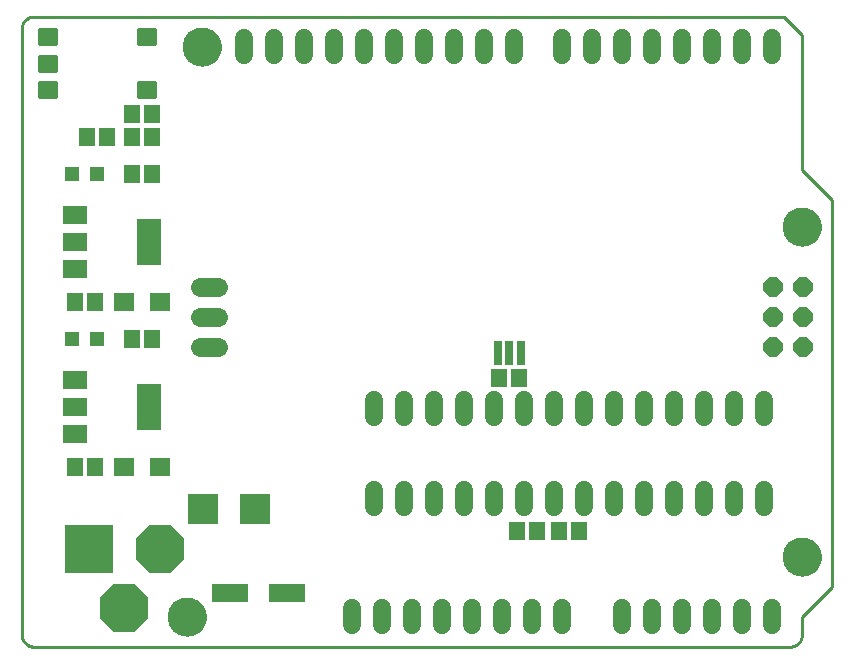
<source format=gts>
G75*
%MOIN*%
%OFA0B0*%
%FSLAX25Y25*%
%IPPOS*%
%LPD*%
%AMOC8*
5,1,8,0,0,1.08239X$1,22.5*
%
%ADD10C,0.01000*%
%ADD11C,0.00000*%
%ADD12C,0.12998*%
%ADD13C,0.06000*%
%ADD14OC8,0.06502*%
%ADD15R,0.12211X0.05912*%
%ADD16R,0.05124X0.05124*%
%ADD17R,0.09849X0.09849*%
%ADD18OC8,0.16148*%
%ADD19R,0.16148X0.16148*%
%ADD20C,0.08077*%
%ADD21R,0.05518X0.06306*%
%ADD22C,0.00887*%
%ADD23R,0.03156X0.08274*%
%ADD24R,0.08274X0.06306*%
%ADD25R,0.08274X0.15361*%
%ADD26R,0.06699X0.05912*%
%ADD27C,0.06400*%
D10*
X0081798Y0009437D02*
X0081798Y0211563D01*
X0081800Y0211687D01*
X0081806Y0211810D01*
X0081815Y0211934D01*
X0081829Y0212056D01*
X0081846Y0212179D01*
X0081868Y0212301D01*
X0081893Y0212422D01*
X0081922Y0212542D01*
X0081954Y0212661D01*
X0081991Y0212780D01*
X0082031Y0212897D01*
X0082074Y0213012D01*
X0082122Y0213127D01*
X0082173Y0213239D01*
X0082227Y0213350D01*
X0082285Y0213460D01*
X0082346Y0213567D01*
X0082411Y0213673D01*
X0082479Y0213776D01*
X0082550Y0213877D01*
X0082624Y0213976D01*
X0082701Y0214073D01*
X0082782Y0214167D01*
X0082865Y0214258D01*
X0082951Y0214347D01*
X0083040Y0214433D01*
X0083131Y0214516D01*
X0083225Y0214597D01*
X0083322Y0214674D01*
X0083421Y0214748D01*
X0083522Y0214819D01*
X0083625Y0214887D01*
X0083731Y0214952D01*
X0083838Y0215013D01*
X0083948Y0215071D01*
X0084059Y0215125D01*
X0084171Y0215176D01*
X0084286Y0215224D01*
X0084401Y0215267D01*
X0084518Y0215307D01*
X0084637Y0215344D01*
X0084756Y0215376D01*
X0084876Y0215405D01*
X0084997Y0215430D01*
X0085119Y0215452D01*
X0085242Y0215469D01*
X0085364Y0215483D01*
X0085488Y0215492D01*
X0085611Y0215498D01*
X0085735Y0215500D01*
X0335798Y0215500D01*
X0341798Y0209500D01*
X0341798Y0164500D01*
X0351798Y0154500D01*
X0351798Y0025500D01*
X0341798Y0015500D01*
X0341798Y0009437D01*
X0341796Y0009313D01*
X0341790Y0009190D01*
X0341781Y0009066D01*
X0341767Y0008944D01*
X0341750Y0008821D01*
X0341728Y0008699D01*
X0341703Y0008578D01*
X0341674Y0008458D01*
X0341642Y0008339D01*
X0341605Y0008220D01*
X0341565Y0008103D01*
X0341522Y0007988D01*
X0341474Y0007873D01*
X0341423Y0007761D01*
X0341369Y0007650D01*
X0341311Y0007540D01*
X0341250Y0007433D01*
X0341185Y0007327D01*
X0341117Y0007224D01*
X0341046Y0007123D01*
X0340972Y0007024D01*
X0340895Y0006927D01*
X0340814Y0006833D01*
X0340731Y0006742D01*
X0340645Y0006653D01*
X0340556Y0006567D01*
X0340465Y0006484D01*
X0340371Y0006403D01*
X0340274Y0006326D01*
X0340175Y0006252D01*
X0340074Y0006181D01*
X0339971Y0006113D01*
X0339865Y0006048D01*
X0339758Y0005987D01*
X0339648Y0005929D01*
X0339537Y0005875D01*
X0339425Y0005824D01*
X0339310Y0005776D01*
X0339195Y0005733D01*
X0339078Y0005693D01*
X0338959Y0005656D01*
X0338840Y0005624D01*
X0338720Y0005595D01*
X0338599Y0005570D01*
X0338477Y0005548D01*
X0338354Y0005531D01*
X0338232Y0005517D01*
X0338108Y0005508D01*
X0337985Y0005502D01*
X0337861Y0005500D01*
X0085735Y0005500D01*
X0085611Y0005502D01*
X0085488Y0005508D01*
X0085364Y0005517D01*
X0085242Y0005531D01*
X0085119Y0005548D01*
X0084997Y0005570D01*
X0084876Y0005595D01*
X0084756Y0005624D01*
X0084637Y0005656D01*
X0084518Y0005693D01*
X0084401Y0005733D01*
X0084286Y0005776D01*
X0084171Y0005824D01*
X0084059Y0005875D01*
X0083948Y0005929D01*
X0083838Y0005987D01*
X0083731Y0006048D01*
X0083625Y0006113D01*
X0083522Y0006181D01*
X0083421Y0006252D01*
X0083322Y0006326D01*
X0083225Y0006403D01*
X0083131Y0006484D01*
X0083040Y0006567D01*
X0082951Y0006653D01*
X0082865Y0006742D01*
X0082782Y0006833D01*
X0082701Y0006927D01*
X0082624Y0007024D01*
X0082550Y0007123D01*
X0082479Y0007224D01*
X0082411Y0007327D01*
X0082346Y0007433D01*
X0082285Y0007540D01*
X0082227Y0007650D01*
X0082173Y0007761D01*
X0082122Y0007873D01*
X0082074Y0007988D01*
X0082031Y0008103D01*
X0081991Y0008220D01*
X0081954Y0008339D01*
X0081922Y0008458D01*
X0081893Y0008578D01*
X0081868Y0008699D01*
X0081846Y0008821D01*
X0081829Y0008944D01*
X0081815Y0009066D01*
X0081806Y0009190D01*
X0081800Y0009313D01*
X0081798Y0009437D01*
D11*
X0130499Y0015500D02*
X0130501Y0015658D01*
X0130507Y0015816D01*
X0130517Y0015974D01*
X0130531Y0016132D01*
X0130549Y0016289D01*
X0130570Y0016446D01*
X0130596Y0016602D01*
X0130626Y0016758D01*
X0130659Y0016913D01*
X0130697Y0017066D01*
X0130738Y0017219D01*
X0130783Y0017371D01*
X0130832Y0017522D01*
X0130885Y0017671D01*
X0130941Y0017819D01*
X0131001Y0017965D01*
X0131065Y0018110D01*
X0131133Y0018253D01*
X0131204Y0018395D01*
X0131278Y0018535D01*
X0131356Y0018672D01*
X0131438Y0018808D01*
X0131522Y0018942D01*
X0131611Y0019073D01*
X0131702Y0019202D01*
X0131797Y0019329D01*
X0131894Y0019454D01*
X0131995Y0019576D01*
X0132099Y0019695D01*
X0132206Y0019812D01*
X0132316Y0019926D01*
X0132429Y0020037D01*
X0132544Y0020146D01*
X0132662Y0020251D01*
X0132783Y0020353D01*
X0132906Y0020453D01*
X0133032Y0020549D01*
X0133160Y0020642D01*
X0133290Y0020732D01*
X0133423Y0020818D01*
X0133558Y0020902D01*
X0133694Y0020981D01*
X0133833Y0021058D01*
X0133974Y0021130D01*
X0134116Y0021200D01*
X0134260Y0021265D01*
X0134406Y0021327D01*
X0134553Y0021385D01*
X0134702Y0021440D01*
X0134852Y0021491D01*
X0135003Y0021538D01*
X0135155Y0021581D01*
X0135308Y0021620D01*
X0135463Y0021656D01*
X0135618Y0021687D01*
X0135774Y0021715D01*
X0135930Y0021739D01*
X0136087Y0021759D01*
X0136245Y0021775D01*
X0136402Y0021787D01*
X0136561Y0021795D01*
X0136719Y0021799D01*
X0136877Y0021799D01*
X0137035Y0021795D01*
X0137194Y0021787D01*
X0137351Y0021775D01*
X0137509Y0021759D01*
X0137666Y0021739D01*
X0137822Y0021715D01*
X0137978Y0021687D01*
X0138133Y0021656D01*
X0138288Y0021620D01*
X0138441Y0021581D01*
X0138593Y0021538D01*
X0138744Y0021491D01*
X0138894Y0021440D01*
X0139043Y0021385D01*
X0139190Y0021327D01*
X0139336Y0021265D01*
X0139480Y0021200D01*
X0139622Y0021130D01*
X0139763Y0021058D01*
X0139902Y0020981D01*
X0140038Y0020902D01*
X0140173Y0020818D01*
X0140306Y0020732D01*
X0140436Y0020642D01*
X0140564Y0020549D01*
X0140690Y0020453D01*
X0140813Y0020353D01*
X0140934Y0020251D01*
X0141052Y0020146D01*
X0141167Y0020037D01*
X0141280Y0019926D01*
X0141390Y0019812D01*
X0141497Y0019695D01*
X0141601Y0019576D01*
X0141702Y0019454D01*
X0141799Y0019329D01*
X0141894Y0019202D01*
X0141985Y0019073D01*
X0142074Y0018942D01*
X0142158Y0018808D01*
X0142240Y0018672D01*
X0142318Y0018535D01*
X0142392Y0018395D01*
X0142463Y0018253D01*
X0142531Y0018110D01*
X0142595Y0017965D01*
X0142655Y0017819D01*
X0142711Y0017671D01*
X0142764Y0017522D01*
X0142813Y0017371D01*
X0142858Y0017219D01*
X0142899Y0017066D01*
X0142937Y0016913D01*
X0142970Y0016758D01*
X0143000Y0016602D01*
X0143026Y0016446D01*
X0143047Y0016289D01*
X0143065Y0016132D01*
X0143079Y0015974D01*
X0143089Y0015816D01*
X0143095Y0015658D01*
X0143097Y0015500D01*
X0143095Y0015342D01*
X0143089Y0015184D01*
X0143079Y0015026D01*
X0143065Y0014868D01*
X0143047Y0014711D01*
X0143026Y0014554D01*
X0143000Y0014398D01*
X0142970Y0014242D01*
X0142937Y0014087D01*
X0142899Y0013934D01*
X0142858Y0013781D01*
X0142813Y0013629D01*
X0142764Y0013478D01*
X0142711Y0013329D01*
X0142655Y0013181D01*
X0142595Y0013035D01*
X0142531Y0012890D01*
X0142463Y0012747D01*
X0142392Y0012605D01*
X0142318Y0012465D01*
X0142240Y0012328D01*
X0142158Y0012192D01*
X0142074Y0012058D01*
X0141985Y0011927D01*
X0141894Y0011798D01*
X0141799Y0011671D01*
X0141702Y0011546D01*
X0141601Y0011424D01*
X0141497Y0011305D01*
X0141390Y0011188D01*
X0141280Y0011074D01*
X0141167Y0010963D01*
X0141052Y0010854D01*
X0140934Y0010749D01*
X0140813Y0010647D01*
X0140690Y0010547D01*
X0140564Y0010451D01*
X0140436Y0010358D01*
X0140306Y0010268D01*
X0140173Y0010182D01*
X0140038Y0010098D01*
X0139902Y0010019D01*
X0139763Y0009942D01*
X0139622Y0009870D01*
X0139480Y0009800D01*
X0139336Y0009735D01*
X0139190Y0009673D01*
X0139043Y0009615D01*
X0138894Y0009560D01*
X0138744Y0009509D01*
X0138593Y0009462D01*
X0138441Y0009419D01*
X0138288Y0009380D01*
X0138133Y0009344D01*
X0137978Y0009313D01*
X0137822Y0009285D01*
X0137666Y0009261D01*
X0137509Y0009241D01*
X0137351Y0009225D01*
X0137194Y0009213D01*
X0137035Y0009205D01*
X0136877Y0009201D01*
X0136719Y0009201D01*
X0136561Y0009205D01*
X0136402Y0009213D01*
X0136245Y0009225D01*
X0136087Y0009241D01*
X0135930Y0009261D01*
X0135774Y0009285D01*
X0135618Y0009313D01*
X0135463Y0009344D01*
X0135308Y0009380D01*
X0135155Y0009419D01*
X0135003Y0009462D01*
X0134852Y0009509D01*
X0134702Y0009560D01*
X0134553Y0009615D01*
X0134406Y0009673D01*
X0134260Y0009735D01*
X0134116Y0009800D01*
X0133974Y0009870D01*
X0133833Y0009942D01*
X0133694Y0010019D01*
X0133558Y0010098D01*
X0133423Y0010182D01*
X0133290Y0010268D01*
X0133160Y0010358D01*
X0133032Y0010451D01*
X0132906Y0010547D01*
X0132783Y0010647D01*
X0132662Y0010749D01*
X0132544Y0010854D01*
X0132429Y0010963D01*
X0132316Y0011074D01*
X0132206Y0011188D01*
X0132099Y0011305D01*
X0131995Y0011424D01*
X0131894Y0011546D01*
X0131797Y0011671D01*
X0131702Y0011798D01*
X0131611Y0011927D01*
X0131522Y0012058D01*
X0131438Y0012192D01*
X0131356Y0012328D01*
X0131278Y0012465D01*
X0131204Y0012605D01*
X0131133Y0012747D01*
X0131065Y0012890D01*
X0131001Y0013035D01*
X0130941Y0013181D01*
X0130885Y0013329D01*
X0130832Y0013478D01*
X0130783Y0013629D01*
X0130738Y0013781D01*
X0130697Y0013934D01*
X0130659Y0014087D01*
X0130626Y0014242D01*
X0130596Y0014398D01*
X0130570Y0014554D01*
X0130549Y0014711D01*
X0130531Y0014868D01*
X0130517Y0015026D01*
X0130507Y0015184D01*
X0130501Y0015342D01*
X0130499Y0015500D01*
X0335499Y0035500D02*
X0335501Y0035658D01*
X0335507Y0035816D01*
X0335517Y0035974D01*
X0335531Y0036132D01*
X0335549Y0036289D01*
X0335570Y0036446D01*
X0335596Y0036602D01*
X0335626Y0036758D01*
X0335659Y0036913D01*
X0335697Y0037066D01*
X0335738Y0037219D01*
X0335783Y0037371D01*
X0335832Y0037522D01*
X0335885Y0037671D01*
X0335941Y0037819D01*
X0336001Y0037965D01*
X0336065Y0038110D01*
X0336133Y0038253D01*
X0336204Y0038395D01*
X0336278Y0038535D01*
X0336356Y0038672D01*
X0336438Y0038808D01*
X0336522Y0038942D01*
X0336611Y0039073D01*
X0336702Y0039202D01*
X0336797Y0039329D01*
X0336894Y0039454D01*
X0336995Y0039576D01*
X0337099Y0039695D01*
X0337206Y0039812D01*
X0337316Y0039926D01*
X0337429Y0040037D01*
X0337544Y0040146D01*
X0337662Y0040251D01*
X0337783Y0040353D01*
X0337906Y0040453D01*
X0338032Y0040549D01*
X0338160Y0040642D01*
X0338290Y0040732D01*
X0338423Y0040818D01*
X0338558Y0040902D01*
X0338694Y0040981D01*
X0338833Y0041058D01*
X0338974Y0041130D01*
X0339116Y0041200D01*
X0339260Y0041265D01*
X0339406Y0041327D01*
X0339553Y0041385D01*
X0339702Y0041440D01*
X0339852Y0041491D01*
X0340003Y0041538D01*
X0340155Y0041581D01*
X0340308Y0041620D01*
X0340463Y0041656D01*
X0340618Y0041687D01*
X0340774Y0041715D01*
X0340930Y0041739D01*
X0341087Y0041759D01*
X0341245Y0041775D01*
X0341402Y0041787D01*
X0341561Y0041795D01*
X0341719Y0041799D01*
X0341877Y0041799D01*
X0342035Y0041795D01*
X0342194Y0041787D01*
X0342351Y0041775D01*
X0342509Y0041759D01*
X0342666Y0041739D01*
X0342822Y0041715D01*
X0342978Y0041687D01*
X0343133Y0041656D01*
X0343288Y0041620D01*
X0343441Y0041581D01*
X0343593Y0041538D01*
X0343744Y0041491D01*
X0343894Y0041440D01*
X0344043Y0041385D01*
X0344190Y0041327D01*
X0344336Y0041265D01*
X0344480Y0041200D01*
X0344622Y0041130D01*
X0344763Y0041058D01*
X0344902Y0040981D01*
X0345038Y0040902D01*
X0345173Y0040818D01*
X0345306Y0040732D01*
X0345436Y0040642D01*
X0345564Y0040549D01*
X0345690Y0040453D01*
X0345813Y0040353D01*
X0345934Y0040251D01*
X0346052Y0040146D01*
X0346167Y0040037D01*
X0346280Y0039926D01*
X0346390Y0039812D01*
X0346497Y0039695D01*
X0346601Y0039576D01*
X0346702Y0039454D01*
X0346799Y0039329D01*
X0346894Y0039202D01*
X0346985Y0039073D01*
X0347074Y0038942D01*
X0347158Y0038808D01*
X0347240Y0038672D01*
X0347318Y0038535D01*
X0347392Y0038395D01*
X0347463Y0038253D01*
X0347531Y0038110D01*
X0347595Y0037965D01*
X0347655Y0037819D01*
X0347711Y0037671D01*
X0347764Y0037522D01*
X0347813Y0037371D01*
X0347858Y0037219D01*
X0347899Y0037066D01*
X0347937Y0036913D01*
X0347970Y0036758D01*
X0348000Y0036602D01*
X0348026Y0036446D01*
X0348047Y0036289D01*
X0348065Y0036132D01*
X0348079Y0035974D01*
X0348089Y0035816D01*
X0348095Y0035658D01*
X0348097Y0035500D01*
X0348095Y0035342D01*
X0348089Y0035184D01*
X0348079Y0035026D01*
X0348065Y0034868D01*
X0348047Y0034711D01*
X0348026Y0034554D01*
X0348000Y0034398D01*
X0347970Y0034242D01*
X0347937Y0034087D01*
X0347899Y0033934D01*
X0347858Y0033781D01*
X0347813Y0033629D01*
X0347764Y0033478D01*
X0347711Y0033329D01*
X0347655Y0033181D01*
X0347595Y0033035D01*
X0347531Y0032890D01*
X0347463Y0032747D01*
X0347392Y0032605D01*
X0347318Y0032465D01*
X0347240Y0032328D01*
X0347158Y0032192D01*
X0347074Y0032058D01*
X0346985Y0031927D01*
X0346894Y0031798D01*
X0346799Y0031671D01*
X0346702Y0031546D01*
X0346601Y0031424D01*
X0346497Y0031305D01*
X0346390Y0031188D01*
X0346280Y0031074D01*
X0346167Y0030963D01*
X0346052Y0030854D01*
X0345934Y0030749D01*
X0345813Y0030647D01*
X0345690Y0030547D01*
X0345564Y0030451D01*
X0345436Y0030358D01*
X0345306Y0030268D01*
X0345173Y0030182D01*
X0345038Y0030098D01*
X0344902Y0030019D01*
X0344763Y0029942D01*
X0344622Y0029870D01*
X0344480Y0029800D01*
X0344336Y0029735D01*
X0344190Y0029673D01*
X0344043Y0029615D01*
X0343894Y0029560D01*
X0343744Y0029509D01*
X0343593Y0029462D01*
X0343441Y0029419D01*
X0343288Y0029380D01*
X0343133Y0029344D01*
X0342978Y0029313D01*
X0342822Y0029285D01*
X0342666Y0029261D01*
X0342509Y0029241D01*
X0342351Y0029225D01*
X0342194Y0029213D01*
X0342035Y0029205D01*
X0341877Y0029201D01*
X0341719Y0029201D01*
X0341561Y0029205D01*
X0341402Y0029213D01*
X0341245Y0029225D01*
X0341087Y0029241D01*
X0340930Y0029261D01*
X0340774Y0029285D01*
X0340618Y0029313D01*
X0340463Y0029344D01*
X0340308Y0029380D01*
X0340155Y0029419D01*
X0340003Y0029462D01*
X0339852Y0029509D01*
X0339702Y0029560D01*
X0339553Y0029615D01*
X0339406Y0029673D01*
X0339260Y0029735D01*
X0339116Y0029800D01*
X0338974Y0029870D01*
X0338833Y0029942D01*
X0338694Y0030019D01*
X0338558Y0030098D01*
X0338423Y0030182D01*
X0338290Y0030268D01*
X0338160Y0030358D01*
X0338032Y0030451D01*
X0337906Y0030547D01*
X0337783Y0030647D01*
X0337662Y0030749D01*
X0337544Y0030854D01*
X0337429Y0030963D01*
X0337316Y0031074D01*
X0337206Y0031188D01*
X0337099Y0031305D01*
X0336995Y0031424D01*
X0336894Y0031546D01*
X0336797Y0031671D01*
X0336702Y0031798D01*
X0336611Y0031927D01*
X0336522Y0032058D01*
X0336438Y0032192D01*
X0336356Y0032328D01*
X0336278Y0032465D01*
X0336204Y0032605D01*
X0336133Y0032747D01*
X0336065Y0032890D01*
X0336001Y0033035D01*
X0335941Y0033181D01*
X0335885Y0033329D01*
X0335832Y0033478D01*
X0335783Y0033629D01*
X0335738Y0033781D01*
X0335697Y0033934D01*
X0335659Y0034087D01*
X0335626Y0034242D01*
X0335596Y0034398D01*
X0335570Y0034554D01*
X0335549Y0034711D01*
X0335531Y0034868D01*
X0335517Y0035026D01*
X0335507Y0035184D01*
X0335501Y0035342D01*
X0335499Y0035500D01*
X0335499Y0145500D02*
X0335501Y0145658D01*
X0335507Y0145816D01*
X0335517Y0145974D01*
X0335531Y0146132D01*
X0335549Y0146289D01*
X0335570Y0146446D01*
X0335596Y0146602D01*
X0335626Y0146758D01*
X0335659Y0146913D01*
X0335697Y0147066D01*
X0335738Y0147219D01*
X0335783Y0147371D01*
X0335832Y0147522D01*
X0335885Y0147671D01*
X0335941Y0147819D01*
X0336001Y0147965D01*
X0336065Y0148110D01*
X0336133Y0148253D01*
X0336204Y0148395D01*
X0336278Y0148535D01*
X0336356Y0148672D01*
X0336438Y0148808D01*
X0336522Y0148942D01*
X0336611Y0149073D01*
X0336702Y0149202D01*
X0336797Y0149329D01*
X0336894Y0149454D01*
X0336995Y0149576D01*
X0337099Y0149695D01*
X0337206Y0149812D01*
X0337316Y0149926D01*
X0337429Y0150037D01*
X0337544Y0150146D01*
X0337662Y0150251D01*
X0337783Y0150353D01*
X0337906Y0150453D01*
X0338032Y0150549D01*
X0338160Y0150642D01*
X0338290Y0150732D01*
X0338423Y0150818D01*
X0338558Y0150902D01*
X0338694Y0150981D01*
X0338833Y0151058D01*
X0338974Y0151130D01*
X0339116Y0151200D01*
X0339260Y0151265D01*
X0339406Y0151327D01*
X0339553Y0151385D01*
X0339702Y0151440D01*
X0339852Y0151491D01*
X0340003Y0151538D01*
X0340155Y0151581D01*
X0340308Y0151620D01*
X0340463Y0151656D01*
X0340618Y0151687D01*
X0340774Y0151715D01*
X0340930Y0151739D01*
X0341087Y0151759D01*
X0341245Y0151775D01*
X0341402Y0151787D01*
X0341561Y0151795D01*
X0341719Y0151799D01*
X0341877Y0151799D01*
X0342035Y0151795D01*
X0342194Y0151787D01*
X0342351Y0151775D01*
X0342509Y0151759D01*
X0342666Y0151739D01*
X0342822Y0151715D01*
X0342978Y0151687D01*
X0343133Y0151656D01*
X0343288Y0151620D01*
X0343441Y0151581D01*
X0343593Y0151538D01*
X0343744Y0151491D01*
X0343894Y0151440D01*
X0344043Y0151385D01*
X0344190Y0151327D01*
X0344336Y0151265D01*
X0344480Y0151200D01*
X0344622Y0151130D01*
X0344763Y0151058D01*
X0344902Y0150981D01*
X0345038Y0150902D01*
X0345173Y0150818D01*
X0345306Y0150732D01*
X0345436Y0150642D01*
X0345564Y0150549D01*
X0345690Y0150453D01*
X0345813Y0150353D01*
X0345934Y0150251D01*
X0346052Y0150146D01*
X0346167Y0150037D01*
X0346280Y0149926D01*
X0346390Y0149812D01*
X0346497Y0149695D01*
X0346601Y0149576D01*
X0346702Y0149454D01*
X0346799Y0149329D01*
X0346894Y0149202D01*
X0346985Y0149073D01*
X0347074Y0148942D01*
X0347158Y0148808D01*
X0347240Y0148672D01*
X0347318Y0148535D01*
X0347392Y0148395D01*
X0347463Y0148253D01*
X0347531Y0148110D01*
X0347595Y0147965D01*
X0347655Y0147819D01*
X0347711Y0147671D01*
X0347764Y0147522D01*
X0347813Y0147371D01*
X0347858Y0147219D01*
X0347899Y0147066D01*
X0347937Y0146913D01*
X0347970Y0146758D01*
X0348000Y0146602D01*
X0348026Y0146446D01*
X0348047Y0146289D01*
X0348065Y0146132D01*
X0348079Y0145974D01*
X0348089Y0145816D01*
X0348095Y0145658D01*
X0348097Y0145500D01*
X0348095Y0145342D01*
X0348089Y0145184D01*
X0348079Y0145026D01*
X0348065Y0144868D01*
X0348047Y0144711D01*
X0348026Y0144554D01*
X0348000Y0144398D01*
X0347970Y0144242D01*
X0347937Y0144087D01*
X0347899Y0143934D01*
X0347858Y0143781D01*
X0347813Y0143629D01*
X0347764Y0143478D01*
X0347711Y0143329D01*
X0347655Y0143181D01*
X0347595Y0143035D01*
X0347531Y0142890D01*
X0347463Y0142747D01*
X0347392Y0142605D01*
X0347318Y0142465D01*
X0347240Y0142328D01*
X0347158Y0142192D01*
X0347074Y0142058D01*
X0346985Y0141927D01*
X0346894Y0141798D01*
X0346799Y0141671D01*
X0346702Y0141546D01*
X0346601Y0141424D01*
X0346497Y0141305D01*
X0346390Y0141188D01*
X0346280Y0141074D01*
X0346167Y0140963D01*
X0346052Y0140854D01*
X0345934Y0140749D01*
X0345813Y0140647D01*
X0345690Y0140547D01*
X0345564Y0140451D01*
X0345436Y0140358D01*
X0345306Y0140268D01*
X0345173Y0140182D01*
X0345038Y0140098D01*
X0344902Y0140019D01*
X0344763Y0139942D01*
X0344622Y0139870D01*
X0344480Y0139800D01*
X0344336Y0139735D01*
X0344190Y0139673D01*
X0344043Y0139615D01*
X0343894Y0139560D01*
X0343744Y0139509D01*
X0343593Y0139462D01*
X0343441Y0139419D01*
X0343288Y0139380D01*
X0343133Y0139344D01*
X0342978Y0139313D01*
X0342822Y0139285D01*
X0342666Y0139261D01*
X0342509Y0139241D01*
X0342351Y0139225D01*
X0342194Y0139213D01*
X0342035Y0139205D01*
X0341877Y0139201D01*
X0341719Y0139201D01*
X0341561Y0139205D01*
X0341402Y0139213D01*
X0341245Y0139225D01*
X0341087Y0139241D01*
X0340930Y0139261D01*
X0340774Y0139285D01*
X0340618Y0139313D01*
X0340463Y0139344D01*
X0340308Y0139380D01*
X0340155Y0139419D01*
X0340003Y0139462D01*
X0339852Y0139509D01*
X0339702Y0139560D01*
X0339553Y0139615D01*
X0339406Y0139673D01*
X0339260Y0139735D01*
X0339116Y0139800D01*
X0338974Y0139870D01*
X0338833Y0139942D01*
X0338694Y0140019D01*
X0338558Y0140098D01*
X0338423Y0140182D01*
X0338290Y0140268D01*
X0338160Y0140358D01*
X0338032Y0140451D01*
X0337906Y0140547D01*
X0337783Y0140647D01*
X0337662Y0140749D01*
X0337544Y0140854D01*
X0337429Y0140963D01*
X0337316Y0141074D01*
X0337206Y0141188D01*
X0337099Y0141305D01*
X0336995Y0141424D01*
X0336894Y0141546D01*
X0336797Y0141671D01*
X0336702Y0141798D01*
X0336611Y0141927D01*
X0336522Y0142058D01*
X0336438Y0142192D01*
X0336356Y0142328D01*
X0336278Y0142465D01*
X0336204Y0142605D01*
X0336133Y0142747D01*
X0336065Y0142890D01*
X0336001Y0143035D01*
X0335941Y0143181D01*
X0335885Y0143329D01*
X0335832Y0143478D01*
X0335783Y0143629D01*
X0335738Y0143781D01*
X0335697Y0143934D01*
X0335659Y0144087D01*
X0335626Y0144242D01*
X0335596Y0144398D01*
X0335570Y0144554D01*
X0335549Y0144711D01*
X0335531Y0144868D01*
X0335517Y0145026D01*
X0335507Y0145184D01*
X0335501Y0145342D01*
X0335499Y0145500D01*
X0135499Y0205500D02*
X0135501Y0205658D01*
X0135507Y0205816D01*
X0135517Y0205974D01*
X0135531Y0206132D01*
X0135549Y0206289D01*
X0135570Y0206446D01*
X0135596Y0206602D01*
X0135626Y0206758D01*
X0135659Y0206913D01*
X0135697Y0207066D01*
X0135738Y0207219D01*
X0135783Y0207371D01*
X0135832Y0207522D01*
X0135885Y0207671D01*
X0135941Y0207819D01*
X0136001Y0207965D01*
X0136065Y0208110D01*
X0136133Y0208253D01*
X0136204Y0208395D01*
X0136278Y0208535D01*
X0136356Y0208672D01*
X0136438Y0208808D01*
X0136522Y0208942D01*
X0136611Y0209073D01*
X0136702Y0209202D01*
X0136797Y0209329D01*
X0136894Y0209454D01*
X0136995Y0209576D01*
X0137099Y0209695D01*
X0137206Y0209812D01*
X0137316Y0209926D01*
X0137429Y0210037D01*
X0137544Y0210146D01*
X0137662Y0210251D01*
X0137783Y0210353D01*
X0137906Y0210453D01*
X0138032Y0210549D01*
X0138160Y0210642D01*
X0138290Y0210732D01*
X0138423Y0210818D01*
X0138558Y0210902D01*
X0138694Y0210981D01*
X0138833Y0211058D01*
X0138974Y0211130D01*
X0139116Y0211200D01*
X0139260Y0211265D01*
X0139406Y0211327D01*
X0139553Y0211385D01*
X0139702Y0211440D01*
X0139852Y0211491D01*
X0140003Y0211538D01*
X0140155Y0211581D01*
X0140308Y0211620D01*
X0140463Y0211656D01*
X0140618Y0211687D01*
X0140774Y0211715D01*
X0140930Y0211739D01*
X0141087Y0211759D01*
X0141245Y0211775D01*
X0141402Y0211787D01*
X0141561Y0211795D01*
X0141719Y0211799D01*
X0141877Y0211799D01*
X0142035Y0211795D01*
X0142194Y0211787D01*
X0142351Y0211775D01*
X0142509Y0211759D01*
X0142666Y0211739D01*
X0142822Y0211715D01*
X0142978Y0211687D01*
X0143133Y0211656D01*
X0143288Y0211620D01*
X0143441Y0211581D01*
X0143593Y0211538D01*
X0143744Y0211491D01*
X0143894Y0211440D01*
X0144043Y0211385D01*
X0144190Y0211327D01*
X0144336Y0211265D01*
X0144480Y0211200D01*
X0144622Y0211130D01*
X0144763Y0211058D01*
X0144902Y0210981D01*
X0145038Y0210902D01*
X0145173Y0210818D01*
X0145306Y0210732D01*
X0145436Y0210642D01*
X0145564Y0210549D01*
X0145690Y0210453D01*
X0145813Y0210353D01*
X0145934Y0210251D01*
X0146052Y0210146D01*
X0146167Y0210037D01*
X0146280Y0209926D01*
X0146390Y0209812D01*
X0146497Y0209695D01*
X0146601Y0209576D01*
X0146702Y0209454D01*
X0146799Y0209329D01*
X0146894Y0209202D01*
X0146985Y0209073D01*
X0147074Y0208942D01*
X0147158Y0208808D01*
X0147240Y0208672D01*
X0147318Y0208535D01*
X0147392Y0208395D01*
X0147463Y0208253D01*
X0147531Y0208110D01*
X0147595Y0207965D01*
X0147655Y0207819D01*
X0147711Y0207671D01*
X0147764Y0207522D01*
X0147813Y0207371D01*
X0147858Y0207219D01*
X0147899Y0207066D01*
X0147937Y0206913D01*
X0147970Y0206758D01*
X0148000Y0206602D01*
X0148026Y0206446D01*
X0148047Y0206289D01*
X0148065Y0206132D01*
X0148079Y0205974D01*
X0148089Y0205816D01*
X0148095Y0205658D01*
X0148097Y0205500D01*
X0148095Y0205342D01*
X0148089Y0205184D01*
X0148079Y0205026D01*
X0148065Y0204868D01*
X0148047Y0204711D01*
X0148026Y0204554D01*
X0148000Y0204398D01*
X0147970Y0204242D01*
X0147937Y0204087D01*
X0147899Y0203934D01*
X0147858Y0203781D01*
X0147813Y0203629D01*
X0147764Y0203478D01*
X0147711Y0203329D01*
X0147655Y0203181D01*
X0147595Y0203035D01*
X0147531Y0202890D01*
X0147463Y0202747D01*
X0147392Y0202605D01*
X0147318Y0202465D01*
X0147240Y0202328D01*
X0147158Y0202192D01*
X0147074Y0202058D01*
X0146985Y0201927D01*
X0146894Y0201798D01*
X0146799Y0201671D01*
X0146702Y0201546D01*
X0146601Y0201424D01*
X0146497Y0201305D01*
X0146390Y0201188D01*
X0146280Y0201074D01*
X0146167Y0200963D01*
X0146052Y0200854D01*
X0145934Y0200749D01*
X0145813Y0200647D01*
X0145690Y0200547D01*
X0145564Y0200451D01*
X0145436Y0200358D01*
X0145306Y0200268D01*
X0145173Y0200182D01*
X0145038Y0200098D01*
X0144902Y0200019D01*
X0144763Y0199942D01*
X0144622Y0199870D01*
X0144480Y0199800D01*
X0144336Y0199735D01*
X0144190Y0199673D01*
X0144043Y0199615D01*
X0143894Y0199560D01*
X0143744Y0199509D01*
X0143593Y0199462D01*
X0143441Y0199419D01*
X0143288Y0199380D01*
X0143133Y0199344D01*
X0142978Y0199313D01*
X0142822Y0199285D01*
X0142666Y0199261D01*
X0142509Y0199241D01*
X0142351Y0199225D01*
X0142194Y0199213D01*
X0142035Y0199205D01*
X0141877Y0199201D01*
X0141719Y0199201D01*
X0141561Y0199205D01*
X0141402Y0199213D01*
X0141245Y0199225D01*
X0141087Y0199241D01*
X0140930Y0199261D01*
X0140774Y0199285D01*
X0140618Y0199313D01*
X0140463Y0199344D01*
X0140308Y0199380D01*
X0140155Y0199419D01*
X0140003Y0199462D01*
X0139852Y0199509D01*
X0139702Y0199560D01*
X0139553Y0199615D01*
X0139406Y0199673D01*
X0139260Y0199735D01*
X0139116Y0199800D01*
X0138974Y0199870D01*
X0138833Y0199942D01*
X0138694Y0200019D01*
X0138558Y0200098D01*
X0138423Y0200182D01*
X0138290Y0200268D01*
X0138160Y0200358D01*
X0138032Y0200451D01*
X0137906Y0200547D01*
X0137783Y0200647D01*
X0137662Y0200749D01*
X0137544Y0200854D01*
X0137429Y0200963D01*
X0137316Y0201074D01*
X0137206Y0201188D01*
X0137099Y0201305D01*
X0136995Y0201424D01*
X0136894Y0201546D01*
X0136797Y0201671D01*
X0136702Y0201798D01*
X0136611Y0201927D01*
X0136522Y0202058D01*
X0136438Y0202192D01*
X0136356Y0202328D01*
X0136278Y0202465D01*
X0136204Y0202605D01*
X0136133Y0202747D01*
X0136065Y0202890D01*
X0136001Y0203035D01*
X0135941Y0203181D01*
X0135885Y0203329D01*
X0135832Y0203478D01*
X0135783Y0203629D01*
X0135738Y0203781D01*
X0135697Y0203934D01*
X0135659Y0204087D01*
X0135626Y0204242D01*
X0135596Y0204398D01*
X0135570Y0204554D01*
X0135549Y0204711D01*
X0135531Y0204868D01*
X0135517Y0205026D01*
X0135507Y0205184D01*
X0135501Y0205342D01*
X0135499Y0205500D01*
D12*
X0141798Y0205500D03*
X0341798Y0145500D03*
X0341798Y0035500D03*
X0136798Y0015500D03*
D13*
X0191798Y0012700D02*
X0191798Y0018300D01*
X0201798Y0018300D02*
X0201798Y0012700D01*
X0211798Y0012700D02*
X0211798Y0018300D01*
X0221798Y0018300D02*
X0221798Y0012700D01*
X0231798Y0012700D02*
X0231798Y0018300D01*
X0241798Y0018300D02*
X0241798Y0012700D01*
X0251798Y0012700D02*
X0251798Y0018300D01*
X0261798Y0018300D02*
X0261798Y0012700D01*
X0281798Y0012700D02*
X0281798Y0018300D01*
X0291798Y0018300D02*
X0291798Y0012700D01*
X0301798Y0012700D02*
X0301798Y0018300D01*
X0311798Y0018300D02*
X0311798Y0012700D01*
X0321798Y0012700D02*
X0321798Y0018300D01*
X0331798Y0018300D02*
X0331798Y0012700D01*
X0329298Y0052200D02*
X0329298Y0057800D01*
X0319298Y0057800D02*
X0319298Y0052200D01*
X0309298Y0052200D02*
X0309298Y0057800D01*
X0299298Y0057800D02*
X0299298Y0052200D01*
X0289298Y0052200D02*
X0289298Y0057800D01*
X0279298Y0057800D02*
X0279298Y0052200D01*
X0269298Y0052200D02*
X0269298Y0057800D01*
X0259298Y0057800D02*
X0259298Y0052200D01*
X0249298Y0052200D02*
X0249298Y0057800D01*
X0239298Y0057800D02*
X0239298Y0052200D01*
X0229298Y0052200D02*
X0229298Y0057800D01*
X0219298Y0057800D02*
X0219298Y0052200D01*
X0209298Y0052200D02*
X0209298Y0057800D01*
X0199298Y0057800D02*
X0199298Y0052200D01*
X0199298Y0082200D02*
X0199298Y0087800D01*
X0209298Y0087800D02*
X0209298Y0082200D01*
X0219298Y0082200D02*
X0219298Y0087800D01*
X0229298Y0087800D02*
X0229298Y0082200D01*
X0239298Y0082200D02*
X0239298Y0087800D01*
X0249298Y0087800D02*
X0249298Y0082200D01*
X0259298Y0082200D02*
X0259298Y0087800D01*
X0269298Y0087800D02*
X0269298Y0082200D01*
X0279298Y0082200D02*
X0279298Y0087800D01*
X0289298Y0087800D02*
X0289298Y0082200D01*
X0299298Y0082200D02*
X0299298Y0087800D01*
X0309298Y0087800D02*
X0309298Y0082200D01*
X0319298Y0082200D02*
X0319298Y0087800D01*
X0329298Y0087800D02*
X0329298Y0082200D01*
X0331798Y0202700D02*
X0331798Y0208300D01*
X0321798Y0208300D02*
X0321798Y0202700D01*
X0311798Y0202700D02*
X0311798Y0208300D01*
X0301798Y0208300D02*
X0301798Y0202700D01*
X0291798Y0202700D02*
X0291798Y0208300D01*
X0281798Y0208300D02*
X0281798Y0202700D01*
X0271798Y0202700D02*
X0271798Y0208300D01*
X0261798Y0208300D02*
X0261798Y0202700D01*
X0245798Y0202700D02*
X0245798Y0208300D01*
X0235798Y0208300D02*
X0235798Y0202700D01*
X0225798Y0202700D02*
X0225798Y0208300D01*
X0215798Y0208300D02*
X0215798Y0202700D01*
X0205798Y0202700D02*
X0205798Y0208300D01*
X0195798Y0208300D02*
X0195798Y0202700D01*
X0185798Y0202700D02*
X0185798Y0208300D01*
X0175798Y0208300D02*
X0175798Y0202700D01*
X0165798Y0202700D02*
X0165798Y0208300D01*
X0155798Y0208300D02*
X0155798Y0202700D01*
D14*
X0332298Y0125500D03*
X0342298Y0125500D03*
X0342298Y0115500D03*
X0332298Y0115500D03*
X0332298Y0105500D03*
X0342298Y0105500D03*
D15*
X0170247Y0023500D03*
X0151349Y0023500D03*
D16*
X0106932Y0108000D03*
X0098664Y0108000D03*
X0098664Y0163000D03*
X0106932Y0163000D03*
D17*
X0142137Y0051500D03*
X0159459Y0051500D03*
D18*
X0127798Y0038200D03*
X0115998Y0018500D03*
D19*
X0104198Y0038200D03*
D20*
X0104198Y0041200D03*
X0104198Y0035200D03*
X0112998Y0018500D03*
X0118998Y0018500D03*
X0127798Y0035200D03*
X0127798Y0041200D03*
D21*
X0106144Y0065500D03*
X0099452Y0065500D03*
X0118452Y0108000D03*
X0125144Y0108000D03*
X0106144Y0120500D03*
X0099452Y0120500D03*
X0118452Y0163000D03*
X0125144Y0163000D03*
X0125144Y0175500D03*
X0118452Y0175500D03*
X0110144Y0175500D03*
X0103452Y0175500D03*
X0118452Y0183000D03*
X0125144Y0183000D03*
X0240952Y0095000D03*
X0247644Y0095000D03*
X0246952Y0044000D03*
X0253644Y0044000D03*
X0260952Y0044000D03*
X0267644Y0044000D03*
D22*
X0126239Y0188629D02*
X0120427Y0188629D01*
X0120427Y0193655D01*
X0126239Y0193655D01*
X0126239Y0188629D01*
X0126239Y0189515D02*
X0120427Y0189515D01*
X0120427Y0190401D02*
X0126239Y0190401D01*
X0126239Y0191287D02*
X0120427Y0191287D01*
X0120427Y0192173D02*
X0126239Y0192173D01*
X0126239Y0193059D02*
X0120427Y0193059D01*
X0120427Y0206345D02*
X0126239Y0206345D01*
X0120427Y0206345D02*
X0120427Y0211371D01*
X0126239Y0211371D01*
X0126239Y0206345D01*
X0126239Y0207231D02*
X0120427Y0207231D01*
X0120427Y0208117D02*
X0126239Y0208117D01*
X0126239Y0209003D02*
X0120427Y0209003D01*
X0120427Y0209889D02*
X0126239Y0209889D01*
X0126239Y0210775D02*
X0120427Y0210775D01*
X0093169Y0206345D02*
X0087357Y0206345D01*
X0087357Y0211371D01*
X0093169Y0211371D01*
X0093169Y0206345D01*
X0093169Y0207231D02*
X0087357Y0207231D01*
X0087357Y0208117D02*
X0093169Y0208117D01*
X0093169Y0209003D02*
X0087357Y0209003D01*
X0087357Y0209889D02*
X0093169Y0209889D01*
X0093169Y0210775D02*
X0087357Y0210775D01*
X0087357Y0197487D02*
X0093169Y0197487D01*
X0087357Y0197487D02*
X0087357Y0202513D01*
X0093169Y0202513D01*
X0093169Y0197487D01*
X0093169Y0198373D02*
X0087357Y0198373D01*
X0087357Y0199259D02*
X0093169Y0199259D01*
X0093169Y0200145D02*
X0087357Y0200145D01*
X0087357Y0201031D02*
X0093169Y0201031D01*
X0093169Y0201917D02*
X0087357Y0201917D01*
X0087357Y0188629D02*
X0093169Y0188629D01*
X0087357Y0188629D02*
X0087357Y0193655D01*
X0093169Y0193655D01*
X0093169Y0188629D01*
X0093169Y0189515D02*
X0087357Y0189515D01*
X0087357Y0190401D02*
X0093169Y0190401D01*
X0093169Y0191287D02*
X0087357Y0191287D01*
X0087357Y0192173D02*
X0093169Y0192173D01*
X0093169Y0193059D02*
X0087357Y0193059D01*
D23*
X0240361Y0103500D03*
X0244298Y0103500D03*
X0248235Y0103500D03*
D24*
X0099396Y0094555D03*
X0099396Y0085500D03*
X0099396Y0076445D03*
X0099396Y0131445D03*
X0099396Y0140500D03*
X0099396Y0149555D03*
D25*
X0124200Y0140500D03*
X0124200Y0085500D03*
D26*
X0127704Y0065500D03*
X0115892Y0065500D03*
X0115892Y0120500D03*
X0127704Y0120500D03*
D27*
X0141298Y0115500D02*
X0147298Y0115500D01*
X0147298Y0125500D02*
X0141298Y0125500D01*
X0141298Y0105500D02*
X0147298Y0105500D01*
M02*

</source>
